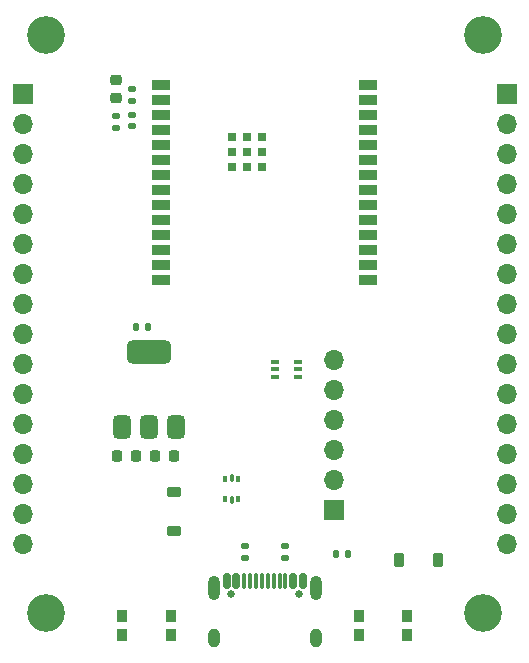
<source format=gts>
%TF.GenerationSoftware,KiCad,Pcbnew,8.0.2*%
%TF.CreationDate,2024-06-06T14:24:50+10:00*%
%TF.ProjectId,design,64657369-676e-42e6-9b69-6361645f7063,rev?*%
%TF.SameCoordinates,Original*%
%TF.FileFunction,Soldermask,Top*%
%TF.FilePolarity,Negative*%
%FSLAX46Y46*%
G04 Gerber Fmt 4.6, Leading zero omitted, Abs format (unit mm)*
G04 Created by KiCad (PCBNEW 8.0.2) date 2024-06-06 14:24:50*
%MOMM*%
%LPD*%
G01*
G04 APERTURE LIST*
G04 Aperture macros list*
%AMRoundRect*
0 Rectangle with rounded corners*
0 $1 Rounding radius*
0 $2 $3 $4 $5 $6 $7 $8 $9 X,Y pos of 4 corners*
0 Add a 4 corners polygon primitive as box body*
4,1,4,$2,$3,$4,$5,$6,$7,$8,$9,$2,$3,0*
0 Add four circle primitives for the rounded corners*
1,1,$1+$1,$2,$3*
1,1,$1+$1,$4,$5*
1,1,$1+$1,$6,$7*
1,1,$1+$1,$8,$9*
0 Add four rect primitives between the rounded corners*
20,1,$1+$1,$2,$3,$4,$5,0*
20,1,$1+$1,$4,$5,$6,$7,0*
20,1,$1+$1,$6,$7,$8,$9,0*
20,1,$1+$1,$8,$9,$2,$3,0*%
G04 Aperture macros list end*
%ADD10R,1.500000X0.900000*%
%ADD11R,0.800000X0.800000*%
%ADD12C,0.650000*%
%ADD13RoundRect,0.150000X-0.150000X-0.500000X0.150000X-0.500000X0.150000X0.500000X-0.150000X0.500000X0*%
%ADD14RoundRect,0.075000X-0.075000X-0.575000X0.075000X-0.575000X0.075000X0.575000X-0.075000X0.575000X0*%
%ADD15O,1.000000X2.100000*%
%ADD16O,1.000000X1.600000*%
%ADD17RoundRect,0.225000X-0.225000X-0.375000X0.225000X-0.375000X0.225000X0.375000X-0.225000X0.375000X0*%
%ADD18RoundRect,0.100000X-0.225000X-0.100000X0.225000X-0.100000X0.225000X0.100000X-0.225000X0.100000X0*%
%ADD19C,3.200000*%
%ADD20RoundRect,0.375000X0.375000X-0.625000X0.375000X0.625000X-0.375000X0.625000X-0.375000X-0.625000X0*%
%ADD21RoundRect,0.500000X1.400000X-0.500000X1.400000X0.500000X-1.400000X0.500000X-1.400000X-0.500000X0*%
%ADD22R,0.900000X1.000000*%
%ADD23RoundRect,0.225000X0.225000X0.250000X-0.225000X0.250000X-0.225000X-0.250000X0.225000X-0.250000X0*%
%ADD24RoundRect,0.140000X0.170000X-0.140000X0.170000X0.140000X-0.170000X0.140000X-0.170000X-0.140000X0*%
%ADD25R,1.700000X1.700000*%
%ADD26O,1.700000X1.700000*%
%ADD27RoundRect,0.093750X-0.093750X0.156250X-0.093750X-0.156250X0.093750X-0.156250X0.093750X0.156250X0*%
%ADD28RoundRect,0.075000X-0.075000X0.250000X-0.075000X-0.250000X0.075000X-0.250000X0.075000X0.250000X0*%
%ADD29RoundRect,0.135000X0.185000X-0.135000X0.185000X0.135000X-0.185000X0.135000X-0.185000X-0.135000X0*%
%ADD30RoundRect,0.225000X-0.375000X0.225000X-0.375000X-0.225000X0.375000X-0.225000X0.375000X0.225000X0*%
%ADD31RoundRect,0.135000X-0.135000X-0.185000X0.135000X-0.185000X0.135000X0.185000X-0.135000X0.185000X0*%
%ADD32RoundRect,0.225000X0.250000X-0.225000X0.250000X0.225000X-0.250000X0.225000X-0.250000X-0.225000X0*%
%ADD33RoundRect,0.135000X-0.185000X0.135000X-0.185000X-0.135000X0.185000X-0.135000X0.185000X0.135000X0*%
%ADD34RoundRect,0.135000X0.135000X0.185000X-0.135000X0.185000X-0.135000X-0.185000X0.135000X-0.185000X0*%
G04 APERTURE END LIST*
D10*
%TO.C,IC1*%
X63750000Y-63240000D03*
X63750000Y-64510000D03*
X63750000Y-65780000D03*
X63750000Y-67050000D03*
X63750000Y-68320000D03*
X63750000Y-69590000D03*
X63750000Y-70860000D03*
X63750000Y-72130000D03*
X63750000Y-73400000D03*
X63750000Y-74670000D03*
X63750000Y-75940000D03*
X63750000Y-77210000D03*
X63750000Y-78480000D03*
X63750000Y-79750000D03*
X81250000Y-79750000D03*
X81250000Y-78480000D03*
X81250000Y-77210000D03*
X81250000Y-75940000D03*
X81250000Y-74670000D03*
X81250000Y-73400000D03*
X81250000Y-72130000D03*
X81250000Y-70860000D03*
X81250000Y-69590000D03*
X81250000Y-68320000D03*
X81250000Y-67050000D03*
X81250000Y-65780000D03*
X81250000Y-64510000D03*
X81250000Y-63240000D03*
D11*
X70995000Y-68960000D03*
X69745000Y-67710000D03*
X69745000Y-68960000D03*
X69745000Y-70210000D03*
X70995000Y-70210000D03*
X72245000Y-70210000D03*
X72245000Y-68960000D03*
X72245000Y-67710000D03*
X70995000Y-67710000D03*
%TD*%
D12*
%TO.C,J1*%
X69610000Y-106395000D03*
X75390000Y-106395000D03*
D13*
X69300000Y-105255000D03*
X70100000Y-105255000D03*
D14*
X71250000Y-105255000D03*
X72250000Y-105255000D03*
X72750000Y-105255000D03*
X73750000Y-105255000D03*
D13*
X74900000Y-105255000D03*
X75700000Y-105255000D03*
X75700000Y-105255000D03*
X74900000Y-105255000D03*
D14*
X74250000Y-105255000D03*
X73250000Y-105255000D03*
X71750000Y-105255000D03*
X70750000Y-105255000D03*
D13*
X70100000Y-105255000D03*
X69300000Y-105255000D03*
D15*
X68180000Y-105895000D03*
D16*
X68180000Y-110075000D03*
D15*
X76820000Y-105895000D03*
D16*
X76820000Y-110075000D03*
%TD*%
D17*
%TO.C,D2*%
X83850000Y-103500000D03*
X87150000Y-103500000D03*
%TD*%
D18*
%TO.C,Q1*%
X73400000Y-86700000D03*
X73400000Y-87350000D03*
X73400000Y-88000000D03*
X75300000Y-88000000D03*
X75300000Y-87350000D03*
X75300000Y-86700000D03*
%TD*%
D19*
%TO.C,H2*%
X91000000Y-108000000D03*
%TD*%
D20*
%TO.C,U2*%
X60400000Y-92200000D03*
X62700000Y-92200000D03*
D21*
X62700000Y-85900000D03*
D20*
X65000000Y-92200000D03*
%TD*%
D22*
%TO.C,SW1*%
X80450000Y-108200000D03*
X84550000Y-108200000D03*
X80450000Y-109800000D03*
X84550000Y-109800000D03*
%TD*%
D19*
%TO.C,H1*%
X54000000Y-108000000D03*
%TD*%
%TO.C,H4*%
X54000000Y-59000000D03*
%TD*%
D23*
%TO.C,C7*%
X64775000Y-94650000D03*
X63225000Y-94650000D03*
%TD*%
D24*
%TO.C,C6*%
X61300000Y-66780000D03*
X61300000Y-65820000D03*
%TD*%
D25*
%TO.C,J2*%
X93000000Y-64000000D03*
D26*
X93000000Y-66540000D03*
X93000000Y-69080000D03*
X93000000Y-71620000D03*
X93000000Y-74160000D03*
X93000000Y-76700000D03*
X93000000Y-79240000D03*
X93000000Y-81780000D03*
X93000000Y-84320000D03*
X93000000Y-86860000D03*
X93000000Y-89400000D03*
X93000000Y-91940000D03*
X93000000Y-94480000D03*
X93000000Y-97020000D03*
X93000000Y-99560000D03*
X93000000Y-102100000D03*
%TD*%
D25*
%TO.C,J6*%
X52000000Y-64000000D03*
D26*
X52000000Y-66540000D03*
X52000000Y-69080000D03*
X52000000Y-71620000D03*
X52000000Y-74160000D03*
X52000000Y-76700000D03*
X52000000Y-79240000D03*
X52000000Y-81780000D03*
X52000000Y-84320000D03*
X52000000Y-86860000D03*
X52000000Y-89400000D03*
X52000000Y-91940000D03*
X52000000Y-94480000D03*
X52000000Y-97020000D03*
X52000000Y-99560000D03*
X52000000Y-102100000D03*
%TD*%
D24*
%TO.C,C2*%
X61300000Y-64600000D03*
X61300000Y-63640000D03*
%TD*%
D27*
%TO.C,U1*%
X70237500Y-96650000D03*
D28*
X69700000Y-96575000D03*
D27*
X69162500Y-96650000D03*
X69162500Y-98350000D03*
D28*
X69700000Y-98425000D03*
D27*
X70237500Y-98350000D03*
%TD*%
D29*
%TO.C,R2*%
X70800000Y-103310000D03*
X70800000Y-102290000D03*
%TD*%
D30*
%TO.C,D1*%
X64800000Y-97750000D03*
X64800000Y-101050000D03*
%TD*%
D31*
%TO.C,R4*%
X78490000Y-103000000D03*
X79510000Y-103000000D03*
%TD*%
D32*
%TO.C,C5*%
X59900000Y-64395000D03*
X59900000Y-62845000D03*
%TD*%
D33*
%TO.C,R5*%
X59900000Y-65890000D03*
X59900000Y-66910000D03*
%TD*%
D25*
%TO.C,J5*%
X78400000Y-99260000D03*
D26*
X78400000Y-96720000D03*
X78400000Y-94180000D03*
X78400000Y-91640000D03*
X78400000Y-89100000D03*
X78400000Y-86560000D03*
%TD*%
D23*
%TO.C,C8*%
X61575000Y-94650000D03*
X60025000Y-94650000D03*
%TD*%
D19*
%TO.C,H3*%
X91000000Y-59000000D03*
%TD*%
D22*
%TO.C,SW2*%
X64550000Y-109800000D03*
X60450000Y-109800000D03*
X64550000Y-108200000D03*
X60450000Y-108200000D03*
%TD*%
D34*
%TO.C,R7*%
X62620000Y-83800000D03*
X61600000Y-83800000D03*
%TD*%
D29*
%TO.C,R3*%
X74200000Y-103310000D03*
X74200000Y-102290000D03*
%TD*%
M02*

</source>
